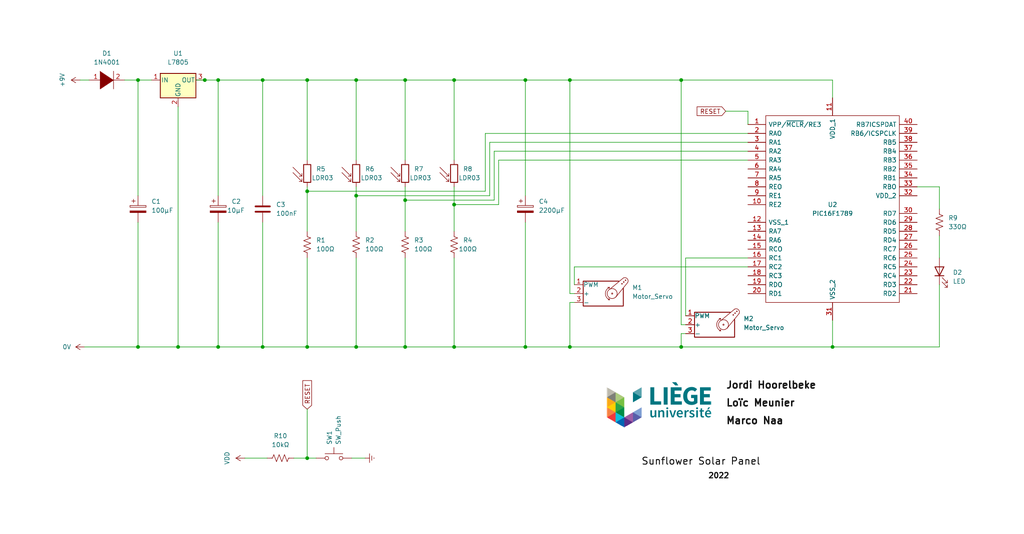
<source format=kicad_sch>
(kicad_sch (version 20211123) (generator eeschema)
  (paper "User" 292.1 152.4)
  (lib_symbols
    (symbol "mylibrary:+9V" (power) (pin_names (offset 0))
      (property "Value" "+9V" (at 0 3.556 0))
      (symbol "+9V_0_1"
        (polyline (pts (xy -0.762 1.27) (xy 0 2.54)))
        (polyline (pts (xy 0 0) (xy 0 2.54)))
        (polyline (pts (xy 0 2.54) (xy 0.762 1.27)))
      )
      (symbol "+9V_1_1"
        (pin power_in line (at 0 0 90) (length 0) hide (name "+9V") (number "1"))
      )
    )
    (symbol "mylibrary:0V_1" (power) (pin_names (offset 0))
      (property "Value" "0V_1" (at 0 3.556 0))
      (symbol "0V_1_0_1"
        (polyline (pts (xy -0.762 1.27) (xy 0 2.54)))
        (polyline (pts (xy 0 0) (xy 0 2.54)))
        (polyline (pts (xy 0 2.54) (xy 0.762 1.27)))
      )
      (symbol "0V_1_1_1"
        (pin power_in line (at 0 0 90) (length 0) hide (name "0V") (number "1"))
      )
    )
    (symbol "mylibrary:C" (pin_numbers hide) (pin_names (offset 0.254))
      (property "Reference" "C" (at 0.635 2.54 0))
      (property "Value" "C" (at 0.635 -2.54 0))
      (symbol "C_0_1"
        (polyline (pts (xy -2.032 -0.762) (xy 2.032 -0.762)) (stroke (width 0.508)))
        (polyline (pts (xy -2.032 0.762) (xy 2.032 0.762)) (stroke (width 0.508)))
      )
      (symbol "C_1_1"
        (pin passive line (at 0 3.81 270) (length 2.794) (name "~") (number "1"))
        (pin passive line (at 0 -3.81 90) (length 2.794) (name "~") (number "2"))
      )
    )
    (symbol "mylibrary:C_Polarized" (pin_numbers hide) (pin_names (offset 0.254))
      (property "Reference" "C" (at 0.635 2.54 0))
      (property "Value" "C_Polarized" (at 0.635 -2.54 0))
      (symbol "C_Polarized_0_1"
        (rectangle (start -2.286 0.508) (end 2.286 1.016))
        (polyline (pts (xy -1.778 2.286) (xy -0.762 2.286)))
        (polyline (pts (xy -1.27 2.794) (xy -1.27 1.778)))
        (rectangle (start 2.286 -0.508) (end -2.286 -1.016) (fill (type outline)))
      )
      (symbol "C_Polarized_1_1"
        (pin passive line (at 0 3.81 270) (length 2.794) (name "~") (number "1"))
        (pin passive line (at 0 -3.81 90) (length 2.794) (name "~") (number "2"))
      )
    )
    (symbol "mylibrary:DIODE" (pin_names (offset 1.016) hide)
      (property "Reference" "D" (at 0 3.81 0))
      (property "Value" "DIODE" (at 0 -4.445 0))
      (symbol "DIODE_0_1"
        (polyline (pts (xy 1.905 2.54) (xy 1.905 -2.54)))
        (polyline (pts (xy -1.905 2.54) (xy -1.905 -2.54) (xy 1.905 0)) (fill (type outline)))
      )
      (symbol "DIODE_1_1"
        (pin input line (at -5.08 0 0) (length 3.81) (name "K") (number "1"))
        (pin input line (at 5.08 0 180) (length 3.81) (name "A") (number "2"))
      )
    )
    (symbol "mylibrary:Earth" (power) (pin_names (offset 0))
      (symbol "Earth_0_1"
        (polyline (pts (xy -0.635 -1.905) (xy 0.635 -1.905)))
        (polyline (pts (xy -0.127 -2.54) (xy 0.127 -2.54)))
        (polyline (pts (xy 0 -1.27) (xy 0 0)))
        (polyline (pts (xy 1.27 -1.27) (xy -1.27 -1.27)))
      )
      (symbol "Earth_1_1"
        (pin power_in line (at 0 0 270) (length 0) hide (name "Earth") (number "1"))
      )
    )
    (symbol "mylibrary:L7805" (pin_names (offset 0.254))
      (property "Reference" "U" (at -3.81 3.175 0))
      (property "Value" "L7805" (at 0 3.175 0))
      (symbol "L7805_0_1"
        (rectangle (start -5.08 1.905) (end 5.08 -5.08) (stroke (width 0.254)) (fill (type background)))
      )
      (symbol "L7805_1_1"
        (pin power_in line (at -7.62 0 0) (length 2.54) (name "IN") (number "1"))
        (pin power_in line (at 0 -7.62 90) (length 2.54) (name "GND") (number "2"))
        (pin power_out line (at 7.62 0 180) (length 2.54) (name "OUT") (number "3"))
      )
    )
    (symbol "mylibrary:LDR03" (pin_numbers hide) (pin_names (offset 0))
      (property "Reference" "R" (at -5.08 0 90))
      (property "Value" "LDR03" (at 1.905 0 90))
      (symbol "LDR03_0_1"
        (rectangle (start -1.016 2.54) (end 1.016 -2.54) (stroke (width 0.254)))
        (polyline (pts (xy -1.524 -2.286) (xy -4.064 0.254)))
        (polyline (pts (xy -1.524 -2.286) (xy -2.286 -2.286)))
        (polyline (pts (xy -1.524 -2.286) (xy -1.524 -1.524)))
        (polyline (pts (xy -1.524 -0.762) (xy -4.064 1.778)))
        (polyline (pts (xy -1.524 -0.762) (xy -2.286 -0.762)))
        (polyline (pts (xy -1.524 -0.762) (xy -1.524 0)))
      )
      (symbol "LDR03_1_1"
        (pin passive line (at 0 3.81 270) (length 1.27) (name "~") (number "1"))
        (pin passive line (at 0 -3.81 90) (length 1.27) (name "~") (number "2"))
      )
    )
    (symbol "mylibrary:LED" (pin_numbers hide) (pin_names (offset 1.016) hide)
      (property "Reference" "D" (at 0 2.54 0))
      (property "Value" "LED" (at 0 -2.54 0))
      (symbol "LED_0_1"
        (polyline (pts (xy -1.27 -1.27) (xy -1.27 1.27)) (stroke (width 0.254)))
        (polyline (pts (xy -1.27 0) (xy 1.27 0)))
        (polyline (pts (xy 1.27 -1.27) (xy 1.27 1.27) (xy -1.27 0) (xy 1.27 -1.27)) (stroke (width 0.254)))
        (polyline (pts (xy -3.048 -0.762) (xy -4.572 -2.286) (xy -3.81 -2.286) (xy -4.572 -2.286) (xy -4.572 -1.524)))
        (polyline (pts (xy -1.778 -0.762) (xy -3.302 -2.286) (xy -2.54 -2.286) (xy -3.302 -2.286) (xy -3.302 -1.524)))
      )
      (symbol "LED_1_1"
        (pin passive line (at -3.81 0 0) (length 2.54) (name "K") (number "1"))
        (pin passive line (at 3.81 0 180) (length 2.54) (name "A") (number "2"))
      )
    )
    (symbol "mylibrary:Motor_Servo" (pin_names (offset 0.0254))
      (property "Reference" "M" (at -5.08 4.445 0))
      (property "Value" "Motor_Servo" (at -5.08 -4.064 0))
      (symbol "Motor_Servo_0_1"
        (polyline (pts (xy 2.413 -1.778) (xy 2.032 -1.778)))
        (polyline (pts (xy 2.413 -1.778) (xy 2.286 -1.397)))
        (polyline (pts (xy 2.413 1.778) (xy 1.905 1.778)))
        (polyline (pts (xy 2.413 1.778) (xy 2.286 1.397)))
        (polyline (pts (xy 6.35 4.445) (xy 2.54 1.27)))
        (polyline (pts (xy 7.62 3.175) (xy 4.191 -1.016)))
        (polyline (pts (xy 5.08 3.556) (xy -5.08 3.556) (xy -5.08 -3.556) (xy 6.35 -3.556) (xy 6.35 1.524)) (stroke (width 0.254)))
        (arc (start 2.413 1.778) (mid 1.2406 0) (end 2.413 -1.778))
        (circle (center 3.175 0) (radius 0.1778))
        (circle (center 3.175 0) (radius 1.4224))
        (circle (center 5.969 2.794) (radius 0.127))
        (circle (center 6.477 3.302) (radius 0.127))
        (circle (center 6.985 3.81) (radius 0.127))
        (arc (start 7.62 3.175) (mid 7.4485 4.2735) (end 6.35 4.445))
      )
      (symbol "Motor_Servo_1_1"
        (pin passive line (at -7.62 2.54 0) (length 2.54) (name "PWM") (number "1"))
        (pin passive line (at -7.62 0 0) (length 2.54) (name "+") (number "2"))
        (pin passive line (at -7.62 -2.54 0) (length 2.54) (name "-") (number "3"))
      )
    )
    (symbol "mylibrary:PIC16F1789" (pin_names (offset 0.762))
      (property "Reference" "U2" (at 24.13 -22.86 0))
      (property "Value" "PIC16F1789" (at 24.13 -25.4 0))
      (symbol "PIC16F1789_0_0"
        (pin passive line (at 0 0 0) (length 5.08) (name "VPP/~{MCLR}/RE3") (number "1"))
        (pin passive line (at 0 -22.86 0) (length 5.08) (name "RE2") (number "10"))
        (pin power_in line (at 24.13 7.62 270) (length 5.08) (name "VDD_1") (number "11"))
        (pin power_in line (at 0 -27.94 0) (length 5.08) (name "VSS_1") (number "12"))
        (pin passive line (at 0 -30.48 0) (length 5.08) (name "RA7") (number "13"))
        (pin passive line (at 0 -33.02 0) (length 5.08) (name "RA6") (number "14"))
        (pin passive line (at 0 -35.56 0) (length 5.08) (name "RCO") (number "15"))
        (pin passive line (at 0 -38.1 0) (length 5.08) (name "RC1") (number "16"))
        (pin passive line (at 0 -40.64 0) (length 5.08) (name "RC2") (number "17"))
        (pin passive line (at 0 -43.18 0) (length 5.08) (name "RC3") (number "18"))
        (pin passive line (at 0 -45.72 0) (length 5.08) (name "RDO") (number "19"))
        (pin passive line (at 0 -2.54 0) (length 5.08) (name "RAO") (number "2"))
        (pin passive line (at 0 -48.26 0) (length 5.08) (name "RD1") (number "20"))
        (pin passive line (at 48.26 -48.26 180) (length 5.08) (name "RD2") (number "21"))
        (pin passive line (at 48.26 -45.72 180) (length 5.08) (name "RD3") (number "22"))
        (pin passive line (at 48.26 -43.18 180) (length 5.08) (name "RC4") (number "23"))
        (pin passive line (at 48.26 -40.64 180) (length 5.08) (name "RC5") (number "24"))
        (pin passive line (at 48.26 -38.1 180) (length 5.08) (name "RC6") (number "25"))
        (pin passive line (at 48.26 -35.56 180) (length 5.08) (name "RC7") (number "26"))
        (pin passive line (at 48.26 -33.02 180) (length 5.08) (name "RD4") (number "27"))
        (pin passive line (at 48.26 -30.48 180) (length 5.08) (name "RD5") (number "28"))
        (pin passive line (at 48.26 -27.94 180) (length 5.08) (name "RD6") (number "29"))
        (pin passive line (at 0 -5.08 0) (length 5.08) (name "RA1") (number "3"))
        (pin passive line (at 48.26 -25.4 180) (length 5.08) (name "RD7") (number "30"))
        (pin power_in line (at 24.13 -55.88 90) (length 5.08) (name "VSS_2") (number "31"))
        (pin power_in line (at 48.26 -20.32 180) (length 5.08) (name "VDD_2") (number "32"))
        (pin passive line (at 48.26 -17.78 180) (length 5.08) (name "RBO") (number "33"))
        (pin passive line (at 48.26 -15.24 180) (length 5.08) (name "RB1") (number "34"))
        (pin passive line (at 48.26 -12.7 180) (length 5.08) (name "RB2") (number "35"))
        (pin passive line (at 48.26 -10.16 180) (length 5.08) (name "RB3") (number "36"))
        (pin passive line (at 48.26 -7.62 180) (length 5.08) (name "RB4") (number "37"))
        (pin passive line (at 48.26 -5.08 180) (length 5.08) (name "RB5") (number "38"))
        (pin input line (at 48.26 -2.54 180) (length 5.08) (name "RB6/ICSPCLK") (number "39"))
        (pin passive line (at 0 -7.62 0) (length 5.08) (name "RA2") (number "4"))
        (pin input line (at 48.26 0 180) (length 5.08) (name "RB7ICSPDAT") (number "40"))
        (pin passive line (at 0 -10.16 0) (length 5.08) (name "RA3") (number "5"))
        (pin passive line (at 0 -12.7 0) (length 5.08) (name "RA4") (number "6"))
        (pin passive line (at 0 -15.24 0) (length 5.08) (name "RA5") (number "7"))
        (pin passive line (at 0 -17.78 0) (length 5.08) (name "REO") (number "8"))
        (pin passive line (at 0 -20.32 0) (length 5.08) (name "RE1") (number "9"))
      )
      (symbol "PIC16F1789_0_1"
        (polyline (pts (xy 5.08 2.54) (xy 43.18 2.54) (xy 43.18 -50.8) (xy 5.08 -50.8) (xy 5.08 2.54)) (stroke (width 0.1524)))
      )
    )
    (symbol "mylibrary:R_US" (pin_numbers hide) (pin_names (offset 0))
      (property "Reference" "R" (at 2.54 0 90))
      (property "Value" "R_US" (at -2.54 0 90))
      (symbol "R_US_0_1"
        (polyline (pts (xy 0 -2.286) (xy 0 -2.54)))
        (polyline (pts (xy 0 2.286) (xy 0 2.54)))
        (polyline (pts (xy 0 -0.762) (xy 1.016 -1.143) (xy 0 -1.524) (xy -1.016 -1.905) (xy 0 -2.286)))
        (polyline (pts (xy 0 0.762) (xy 1.016 0.381) (xy 0 0) (xy -1.016 -0.381) (xy 0 -0.762)))
        (polyline (pts (xy 0 2.286) (xy 1.016 1.905) (xy 0 1.524) (xy -1.016 1.143) (xy 0 0.762)))
      )
      (symbol "R_US_1_1"
        (pin passive line (at 0 3.81 270) (length 1.27) (name "~") (number "1"))
        (pin passive line (at 0 -3.81 90) (length 1.27) (name "~") (number "2"))
      )
    )
    (symbol "mylibrary:SW_Push" (pin_numbers hide) (pin_names (offset 1.016) hide)
      (property "Reference" "SW" (at 1.27 2.54 0))
      (property "Value" "SW_Push" (at 0 -1.524 0))
      (symbol "SW_Push_0_1"
        (circle (center -2.032 0) (radius 0.508))
        (polyline (pts (xy 0 1.27) (xy 0 3.048)))
        (polyline (pts (xy 2.54 1.27) (xy -2.54 1.27)))
        (circle (center 2.032 0) (radius 0.508))
        (pin passive line (at -5.08 0 0) (length 2.54) (name "1") (number "1"))
        (pin passive line (at 5.08 0 180) (length 2.54) (name "2") (number "2"))
      )
    )
    (symbol "mylibrary:VDD" (power) (pin_names (offset 0))
      (property "Value" "VDD" (at 0 3.81 0))
      (symbol "VDD_0_1"
        (polyline (pts (xy -0.762 1.27) (xy 0 2.54)))
        (polyline (pts (xy 0 0) (xy 0 2.54)))
        (polyline (pts (xy 0 2.54) (xy 0.762 1.27)))
      )
      (symbol "VDD_1_1"
        (pin power_in line (at 0 0 90) (length 0) hide (name "VDD") (number "1"))
      )
    )
  )
  (junction (at 39.37 99.06))
  (junction (at 149.86 99.06))
  (junction (at 129.54 99.06))
  (junction (at 162.56 22.86))
  (junction (at 62.23 22.86))
  (junction (at 194.31 99.06))
  (junction (at 62.23 99.06))
  (junction (at 87.63 99.06))
  (junction (at 129.54 58.42))
  (junction (at 50.8 99.06))
  (junction (at 87.63 130.81))
  (junction (at 237.49 99.06))
  (junction (at 115.57 57.15))
  (junction (at 58.42 22.86))
  (junction (at 101.6 99.06))
  (junction (at 115.57 99.06))
  (junction (at 162.56 99.06))
  (junction (at 87.63 54.61))
  (junction (at 101.6 55.88))
  (junction (at 194.31 22.86))
  (junction (at 115.57 22.86))
  (junction (at 101.6 22.86))
  (junction (at 74.93 22.86))
  (junction (at 39.37 22.86))
  (junction (at 129.54 22.86))
  (junction (at 149.86 22.86))
  (junction (at 74.93 99.06))
  (junction (at 87.63 22.86))
  (wire (pts (xy 195.58 90.17) (xy 195.58 73.66)))
  (wire (pts (xy 129.54 22.86) (xy 149.86 22.86)))
  (wire (pts (xy 267.97 81.28) (xy 267.97 99.06)))
  (wire (pts (xy 101.6 55.88) (xy 101.6 66.04)))
  (wire (pts (xy 100.33 130.81) (xy 104.14 130.81)))
  (wire (pts (xy 87.63 54.61) (xy 87.63 66.04)))
  (wire (pts (xy 115.57 57.15) (xy 115.57 66.04)))
  (wire (pts (xy 74.93 63.5) (xy 74.93 99.06)))
  (wire (pts (xy 129.54 99.06) (xy 149.86 99.06)))
  (wire (pts (xy 140.97 57.15) (xy 115.57 57.15)))
  (wire (pts (xy 39.37 99.06) (xy 50.8 99.06)))
  (wire (pts (xy 194.31 99.06) (xy 237.49 99.06)))
  (wire (pts (xy 139.7 40.64) (xy 139.7 55.88)))
  (wire (pts (xy 138.43 38.1) (xy 138.43 54.61)))
  (wire (pts (xy 207.01 31.75) (xy 213.36 31.75)))
  (wire (pts (xy 162.56 22.86) (xy 194.31 22.86)))
  (wire (pts (xy 101.6 99.06) (xy 115.57 99.06)))
  (wire (pts (xy 39.37 22.86) (xy 43.18 22.86)))
  (wire (pts (xy 74.93 99.06) (xy 87.63 99.06)))
  (wire (pts (xy 87.63 130.81) (xy 90.17 130.81)))
  (wire (pts (xy 87.63 130.81) (xy 87.63 116.84)))
  (wire (pts (xy 87.63 73.66) (xy 87.63 99.06)))
  (wire (pts (xy 195.58 92.71) (xy 194.31 92.71)))
  (wire (pts (xy 149.86 22.86) (xy 162.56 22.86)))
  (wire (pts (xy 101.6 73.66) (xy 101.6 99.06)))
  (wire (pts (xy 129.54 73.66) (xy 129.54 99.06)))
  (wire (pts (xy 163.83 83.82) (xy 162.56 83.82)))
  (wire (pts (xy 237.49 22.86) (xy 237.49 27.94)))
  (wire (pts (xy 58.42 22.86) (xy 62.23 22.86)))
  (wire (pts (xy 140.97 43.18) (xy 140.97 57.15)))
  (wire (pts (xy 69.85 130.81) (xy 76.2 130.81)))
  (wire (pts (xy 213.36 31.75) (xy 213.36 35.56)))
  (wire (pts (xy 149.86 99.06) (xy 162.56 99.06)))
  (wire (pts (xy 140.97 43.18) (xy 213.36 43.18)))
  (wire (pts (xy 115.57 22.86) (xy 115.57 45.72)))
  (wire (pts (xy 149.86 63.5) (xy 149.86 99.06)))
  (wire (pts (xy 62.23 22.86) (xy 74.93 22.86)))
  (wire (pts (xy 87.63 22.86) (xy 87.63 45.72)))
  (wire (pts (xy 267.97 67.31) (xy 267.97 73.66)))
  (wire (pts (xy 149.86 22.86) (xy 149.86 55.88)))
  (wire (pts (xy 50.8 30.48) (xy 50.8 99.06)))
  (wire (pts (xy 35.56 22.86) (xy 39.37 22.86)))
  (wire (pts (xy 142.24 58.42) (xy 129.54 58.42)))
  (wire (pts (xy 101.6 22.86) (xy 115.57 22.86)))
  (wire (pts (xy 62.23 22.86) (xy 62.23 55.88)))
  (wire (pts (xy 74.93 22.86) (xy 74.93 55.88)))
  (wire (pts (xy 115.57 99.06) (xy 129.54 99.06)))
  (wire (pts (xy 139.7 55.88) (xy 101.6 55.88)))
  (wire (pts (xy 55.88 22.86) (xy 58.42 22.86)))
  (wire (pts (xy 194.31 95.25) (xy 194.31 99.06)))
  (wire (pts (xy 195.58 73.66) (xy 213.36 73.66)))
  (wire (pts (xy 129.54 53.34) (xy 129.54 58.42)))
  (wire (pts (xy 261.62 53.34) (xy 267.97 53.34)))
  (wire (pts (xy 115.57 53.34) (xy 115.57 57.15)))
  (wire (pts (xy 87.63 53.34) (xy 87.63 54.61)))
  (wire (pts (xy 87.63 22.86) (xy 101.6 22.86)))
  (wire (pts (xy 267.97 59.69) (xy 267.97 53.34)))
  (wire (pts (xy 194.31 22.86) (xy 237.49 22.86)))
  (wire (pts (xy 163.83 81.28) (xy 163.83 76.2)))
  (wire (pts (xy 139.7 40.64) (xy 213.36 40.64)))
  (wire (pts (xy 237.49 99.06) (xy 267.97 99.06)))
  (wire (pts (xy 115.57 22.86) (xy 129.54 22.86)))
  (wire (pts (xy 142.24 45.72) (xy 213.36 45.72)))
  (wire (pts (xy 237.49 91.44) (xy 237.49 99.06)))
  (wire (pts (xy 194.31 22.86) (xy 194.31 92.71)))
  (wire (pts (xy 39.37 63.5) (xy 39.37 99.06)))
  (wire (pts (xy 142.24 45.72) (xy 142.24 58.42)))
  (wire (pts (xy 24.13 99.06) (xy 39.37 99.06)))
  (wire (pts (xy 163.83 86.36) (xy 162.56 86.36)))
  (wire (pts (xy 101.6 53.34) (xy 101.6 55.88)))
  (wire (pts (xy 129.54 58.42) (xy 129.54 66.04)))
  (wire (pts (xy 83.82 130.81) (xy 87.63 130.81)))
  (wire (pts (xy 162.56 22.86) (xy 162.56 83.82)))
  (wire (pts (xy 115.57 73.66) (xy 115.57 99.06)))
  (wire (pts (xy 129.54 22.86) (xy 129.54 45.72)))
  (wire (pts (xy 39.37 55.88) (xy 39.37 22.86)))
  (wire (pts (xy 22.86 22.86) (xy 25.4 22.86)))
  (wire (pts (xy 50.8 99.06) (xy 62.23 99.06)))
  (wire (pts (xy 74.93 22.86) (xy 87.63 22.86)))
  (wire (pts (xy 87.63 99.06) (xy 101.6 99.06)))
  (wire (pts (xy 138.43 54.61) (xy 87.63 54.61)))
  (wire (pts (xy 62.23 99.06) (xy 74.93 99.06)))
  (wire (pts (xy 101.6 22.86) (xy 101.6 45.72)))
  (wire (pts (xy 162.56 86.36) (xy 162.56 99.06)))
  (wire (pts (xy 162.56 99.06) (xy 194.31 99.06)))
  (wire (pts (xy 195.58 95.25) (xy 194.31 95.25)))
  (wire (pts (xy 62.23 63.5) (xy 62.23 99.06)))
  (wire (pts (xy 138.43 38.1) (xy 213.36 38.1)))
  (wire (pts (xy 163.83 76.2) (xy 213.36 76.2)))
  (image (at 187.96 115.57) (scale 0.149841))
  (label "Loïc Meunier" (at 207.01 116.84 0) (effects (font (size 2 2) (thickness 0.4) bold)))
  (label "Jordi Hoorelbeke" (at 207.01 111.76 0) (effects (font (size 2 2) (thickness 0.4) bold)))
  (label "Marco Naa" (at 207.01 121.92 0) (effects (font (size 2 2) (thickness 0.4) bold)))
  (label "2022" (at 201.93 137.16 0) (effects (font (size 1.524 1.524) bold)))
  (label "Sunflower Solar Panel" (at 182.88 133.35 0) (effects (font (size 2 2) (thickness 0.254) bold)))
  (global_label "RESET" (shape input) (at 87.63 116.84 90) (property "Intersheet References" "${INTERSHEET_REFS}" (effects hide)))
  (global_label "RESET" (shape input) (at 207.01 31.75 180) (property "Intersheet References" "${INTERSHEET_REFS}" (effects hide)))
  (symbol (lib_id "mylibrary:+9V") (at 22.86 22.86 90) (unit 1)
    (property "Reference" "#PWR?" (effects hide))
    (property "Value" "+9V" (at 17.78 22.86 0))
  )
  (symbol (lib_id "mylibrary:C_Polarized") (at 149.86 59.69 0) (unit 1)
    (property "Reference" "C4" (at 153.67 57.5309 0) (effects (justify left)))
    (property "Value" "2200µF" (at 153.67 60.0709 0) (effects (justify left)))
  )
  (symbol (lib_id "mylibrary:R_US") (at 87.63 69.85 0) (unit 1)
    (property "Reference" "R1" (at 90.17 68.5799 0) (effects (justify left)))
    (property "Value" "100Ω" (at 90.17 71.1199 0) (effects (justify left)))
  )
  (symbol (lib_id "mylibrary:LDR03") (at 101.6 49.53 0) (unit 1)
    (property "Reference" "R6" (at 104.14 48.2599 0) (effects (justify left)))
    (property "Value" "LDR03" (at 102.87 50.8 0) (effects (justify left)))
    (property "Footprint" "OptoDevice:R_LDR_10x8.5mm_P7.6mm_Vertical" (effects hide))
    (property "Datasheet" "http://www.elektronica-componenten.nl/WebRoot/StoreNL/Shops/61422969/54F1/BA0C/C664/31B9/2173/C0A8/2AB9/2AEF/LDR03IMP.pdf" (effects hide))
  )
  (symbol (lib_id "mylibrary:C") (at 74.93 59.69 0) (unit 1)
    (property "Reference" "C3" (at 78.74 58.4199 0) (effects (justify left)))
    (property "Value" "100nF" (at 78.74 60.9599 0) (effects (justify left)))
  )
  (symbol (lib_id "mylibrary:R_US") (at 101.6 69.85 0) (unit 1)
    (property "Reference" "R2" (at 104.14 68.5799 0) (effects (justify left)))
    (property "Value" "100Ω" (at 104.14 71.1199 0) (effects (justify left)))
  )
  (symbol (lib_id "mylibrary:Earth") (at 104.14 130.81 90) (unit 1)
    (property "Reference" "#PWR?" (effects hide))
    (property "Value" "Earth" (effects hide))
  )
  (symbol (lib_id "mylibrary:L7805") (at 50.8 22.86 0) (unit 1)
    (property "Reference" "U1" (at 50.8 15.24 0))
    (property "Value" "L7805" (at 50.8 17.78 0))
    (property "Datasheet" "http://www.st.com/content/ccc/resource/technical/document/datasheet/41/4f/b3/b0/12/d4/47/88/CD00000444.pdf/files/CD00000444.pdf/jcr:content/translations/en.CD00000444.pdf" (effects hide))
  )
  (symbol (lib_id "mylibrary:R_US") (at 267.97 63.5 0) (unit 1)
    (property "Reference" "R9" (at 270.51 62.2299 0) (effects (justify left)))
    (property "Value" "330Ω" (at 270.51 64.7699 0) (effects (justify left)))
  )
  (symbol (lib_id "mylibrary:LDR03") (at 87.63 49.53 0) (unit 1)
    (property "Reference" "R5" (at 90.17 48.2599 0) (effects (justify left)))
    (property "Value" "LDR03" (at 88.9 50.8 0) (effects (justify left)))
    (property "Footprint" "OptoDevice:R_LDR_10x8.5mm_P7.6mm_Vertical" (effects hide))
    (property "Datasheet" "http://www.elektronica-componenten.nl/WebRoot/StoreNL/Shops/61422969/54F1/BA0C/C664/31B9/2173/C0A8/2AB9/2AEF/LDR03IMP.pdf" (effects hide))
  )
  (symbol (lib_id "mylibrary:R_US") (at 115.57 69.85 0) (unit 1)
    (property "Reference" "R3" (at 118.11 68.5799 0) (effects (justify left)))
    (property "Value" "100Ω" (at 118.11 71.1199 0) (effects (justify left)))
  )
  (symbol (lib_id "mylibrary:LDR03") (at 115.57 49.53 0) (unit 1)
    (property "Reference" "R7" (at 118.11 48.26 0) (effects (justify left)))
    (property "Value" "LDR03" (at 116.84 50.8 0) (effects (justify left)))
    (property "Footprint" "OptoDevice:R_LDR_10x8.5mm_P7.6mm_Vertical" (effects hide))
    (property "Datasheet" "http://www.elektronica-componenten.nl/WebRoot/StoreNL/Shops/61422969/54F1/BA0C/C664/31B9/2173/C0A8/2AB9/2AEF/LDR03IMP.pdf" (effects hide))
  )
  (symbol (lib_id "mylibrary:VDD") (at 69.85 130.81 90) (unit 1)
    (property "Reference" "#PWR?" (effects hide))
    (property "Value" "VDD" (at 64.77 130.81 0))
  )
  (symbol (lib_id "mylibrary:LDR03") (at 129.54 49.53 0) (unit 1)
    (property "Reference" "R8" (at 132.08 48.2599 0) (effects (justify left)))
    (property "Value" "LDR03" (at 130.81 50.8 0) (effects (justify left)))
    (property "Footprint" "OptoDevice:R_LDR_10x8.5mm_P7.6mm_Vertical" (effects hide))
    (property "Datasheet" "http://www.elektronica-componenten.nl/WebRoot/StoreNL/Shops/61422969/54F1/BA0C/C664/31B9/2173/C0A8/2AB9/2AEF/LDR03IMP.pdf" (effects hide))
  )
  (symbol (lib_id "mylibrary:C_Polarized") (at 39.37 59.69 0) (unit 1)
    (property "Reference" "C1" (at 43.18 57.5309 0) (effects (justify left)))
    (property "Value" "100µF" (at 43.18 60.0709 0) (effects (justify left)))
  )
  (symbol (lib_id "mylibrary:Motor_Servo") (at 203.2 92.71 0) (unit 1)
    (property "Reference" "M2" (at 212.09 91.0065 0) (effects (justify left)))
    (property "Value" "Motor_Servo" (at 212.09 93.5465 0) (effects (justify left)))
    (property "Datasheet" "http://forums.parallax.com/uploads/attachments/46831/74481.png" (effects hide))
  )
  (symbol (lib_id "mylibrary:DIODE") (at 30.48 22.86 0) (unit 1)
    (property "Reference" "D1" (at 30.48 15.24 0))
    (property "Value" "1N4001" (at 30.48 17.78 0))
  )
  (symbol (lib_id "mylibrary:PIC16F1789") (at 213.36 35.56 0) (unit 1)
    (property "Reference" "U2" (at 237.49 58.42 0))
    (property "Value" "PIC16F1789" (at 237.49 60.96 0))
    (property "Footprint" "mylibrary:PIC16F1789-I_P" (effects hide))
    (property "Datasheet" "https://datasheet.datasheetarchive.com/originals/distributors/Datasheets-DGA25/1726709.pdf" (effects hide))
    (property "Description" "PIC16F1789-I/P, 8 bit PIC Microcontroller 32MHz 16384 words Flash, 2048 B RAM, USB I2C LIN 40-Pin PDIP" (effects hide))
    (property "Manufacturer_Name" "Microchip" (effects hide))
    (property "Manufacturer_Part_Number" "PIC16F1789-I/P" (effects hide))
    (property "Mouser Part Number" "579-PIC16F1789-I/P" (effects hide))
    (property "Mouser Price/Stock" "https://www.mouser.co.uk/ProductDetail/Microchip-Technology-Atmel/PIC16F1789-I-P?qs=7DhvGWG6CtcNtC1kjOxGJQ%3D%3D" (effects hide))
    (property "Arrow Part Number" "PIC16F1789-I/P" (effects hide))
    (property "Arrow Price/Stock" "https://www.arrow.com/en/products/pic16f1789-ip/microchip-technology?region=nac" (effects hide))
  )
  (symbol (lib_id "mylibrary:0V_1") (at 24.13 99.06 90) (unit 1)
    (property "Reference" "#PWR?" (effects hide))
    (property "Value" "0V" (at 20.32 99.0599 90) (effects (justify left)))
  )
  (symbol (lib_id "mylibrary:R_US") (at 129.54 69.85 0) (unit 1)
    (property "Reference" "R4" (at 132.08 68.5799 0) (effects (justify left)))
    (property "Value" "100Ω" (at 130.81 71.12 0) (effects (justify left)))
  )
  (symbol (lib_id "mylibrary:SW_Push") (at 95.25 130.81 0) (unit 1)
    (property "Reference" "SW1" (at 93.9799 127 90) (effects (justify left)))
    (property "Value" "SW_Push" (at 96.5199 127 90) (effects (justify left)))
  )
  (symbol (lib_id "mylibrary:R_US") (at 80.01 130.81 90) (unit 1)
    (property "Reference" "R10" (at 80.01 124.46 90))
    (property "Value" "10kΩ" (at 80.01 127 90))
  )
  (symbol (lib_id "mylibrary:Motor_Servo") (at 171.45 83.82 0) (unit 1)
    (property "Reference" "M1" (at 180.34 82.1165 0) (effects (justify left)))
    (property "Value" "Motor_Servo" (at 180.34 84.6565 0) (effects (justify left)))
    (property "Datasheet" "http://forums.parallax.com/uploads/attachments/46831/74481.png" (effects hide))
  )
  (symbol (lib_id "mylibrary:C_Polarized") (at 62.23 59.69 0) (unit 1)
    (property "Reference" "C2" (at 66.04 57.5309 0) (effects (justify left)))
    (property "Value" "10µF" (at 64.77 60.0709 0) (effects (justify left)))
  )
  (symbol (lib_id "mylibrary:LED") (at 267.97 77.47 90) (unit 1)
    (property "Reference" "D2" (at 271.78 77.7874 90) (effects (justify right)))
    (property "Value" "LED" (at 271.78 80.3274 90) (effects (justify right)))
  )
)
</source>
